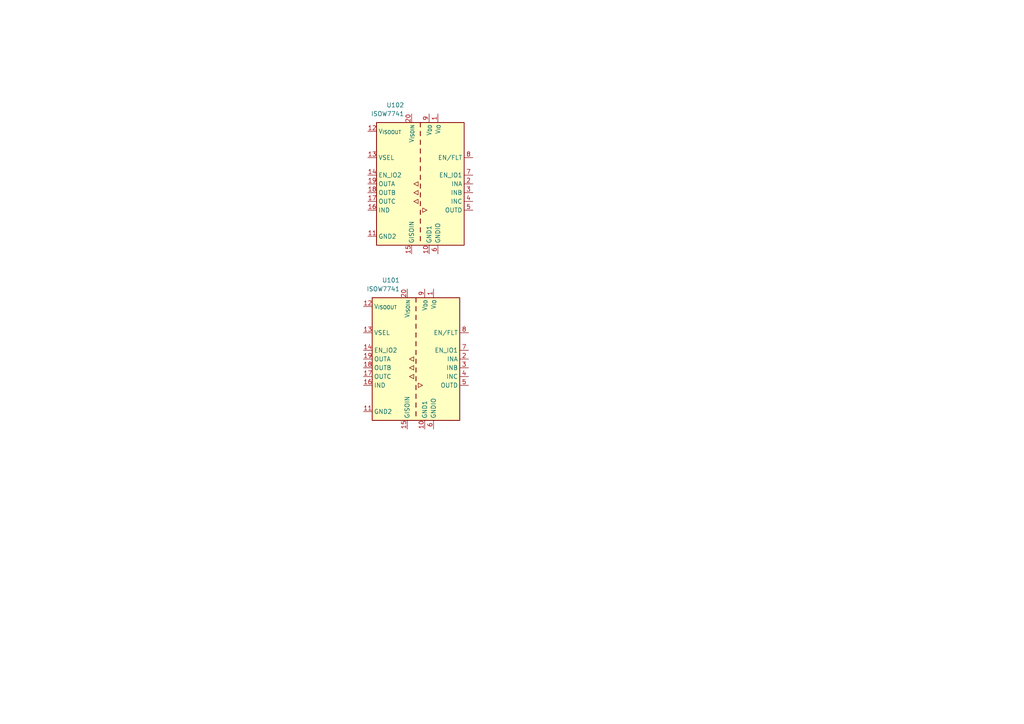
<source format=kicad_sch>
(kicad_sch (version 20250114) (generator "eeschema") (generator_version "9.0")
  (paper "A4")
  (lib_symbols
    (symbol "Isolator:ISOW7741"
      (property "Reference" "U" (at -10.16 19.05 0))
      (property "Value" "ISOW7741" (at 3.81 19.05 0))
      (symbol "ISOW7741_0_1"
        (polyline (pts (xy -1.905 -7.62) (xy -0.635 -6.985) (xy -0.635 -8.255) (xy -1.905 -7.62)))
        (polyline (pts (xy 0.635 0.635) (xy 0.635 -0.635) (xy 1.905 0) (xy 0.635 0.635)))
        (polyline (pts (xy 0.635 -1.905) (xy 0.635 -3.175) (xy 1.905 -2.54) (xy 0.635 -1.905)))
        (polyline (pts (xy 1.905 -5.08) (xy 0.635 -5.715) (xy 0.635 -4.445) (xy 1.905 -5.08)))
      )
      (symbol "ISOW7741_1_1"
        (rectangle (start -12.7 17.78) (end 12.7 -17.78) (stroke (width 0.254)) (fill (type background)))
        (polyline (pts (xy 0 17.78) (xy 0 16.51)) (stroke (width 0.254)))
        (polyline (pts (xy 0 15.24) (xy 0 13.97)) (stroke (width 0.254)))
        (polyline (pts (xy 0 12.7) (xy 0 11.43)) (stroke (width 0.254)))
        (polyline (pts (xy 0 10.16) (xy 0 8.89)) (stroke (width 0.254)))
        (polyline (pts (xy 0 7.62) (xy 0 6.35)) (stroke (width 0.254)))
        (polyline (pts (xy 0 5.08) (xy 0 3.81)) (stroke (width 0.254)))
        (polyline (pts (xy 0 2.54) (xy 0 1.27)) (stroke (width 0.254)))
        (polyline (pts (xy 0 0) (xy 0 -1.27)) (stroke (width 0.254)))
        (polyline (pts (xy 0 -2.54) (xy 0 -3.81)) (stroke (width 0.254)))
        (polyline (pts (xy 0 -5.08) (xy 0 -6.35)) (stroke (width 0.254)))
        (polyline (pts (xy 0 -7.62) (xy 0 -8.89)) (stroke (width 0.254)))
        (polyline (pts (xy 0 -10.16) (xy 0 -11.43)) (stroke (width 0.254)))
        (polyline (pts (xy 0 -12.7) (xy 0 -13.97)) (stroke (width 0.254)))
        (polyline (pts (xy 0 -15.24) (xy 0 -16.51)) (stroke (width 0.254)))
        (pin bidirectional line (at -15.24 7.62 0) (length 2.54) (name "EN/FLT") (number "8"))
        (pin input line (at -15.24 2.54 0) (length 2.54) (name "EN_IO1") (number "7"))
        (pin input line (at -15.24 0 0) (length 2.54) (name "INA") (number "2"))
        (pin input line (at -15.24 -2.54 0) (length 2.54) (name "INB") (number "3"))
        (pin input line (at -15.24 -5.08 0) (length 2.54) (name "INC") (number "4"))
        (pin output line (at -15.24 -7.62 0) (length 2.54) (name "OUTD") (number "5"))
        (pin power_in line (at -5.08 20.32 270) (length 2.54) (name "V_{IO}") (number "1"))
        (pin power_in line (at -5.08 -20.32 90) (length 2.54) (name "GNDIO") (number "6"))
        (pin power_in line (at -2.54 20.32 270) (length 2.54) (name "V_{DD}") (number "9"))
        (pin power_in line (at -2.54 -20.32 90) (length 2.54) (name "GND1") (number "10"))
        (pin power_in line (at 2.54 20.32 270) (length 2.54) (name "V_{ISOIN}") (number "20"))
        (pin power_in line (at 2.54 -20.32 90) (length 2.54) (name "GISOIN") (number "15"))
        (pin power_out line (at 15.24 15.24 180) (length 2.54) (name "V_{ISOOUT}") (number "12"))
        (pin input line (at 15.24 7.62 180) (length 2.54) (name "VSEL") (number "13"))
        (pin input line (at 15.24 2.54 180) (length 2.54) (name "EN_IO2") (number "14"))
        (pin output line (at 15.24 0 180) (length 2.54) (name "OUTA") (number "19"))
        (pin output line (at 15.24 -2.54 180) (length 2.54) (name "OUTB") (number "18"))
        (pin output line (at 15.24 -5.08 180) (length 2.54) (name "OUTC") (number "17"))
        (pin input line (at 15.24 -7.62 180) (length 2.54) (name "IND") (number "16"))
        (pin power_out line (at 15.24 -15.24 180) (length 2.54) (name "GND2") (number "11"))
      )
    )
  )
  (symbol (lib_id "Isolator:ISOW7741") (at 120.65 104.14 0) (mirror y) (unit 1)
    (property "Reference" "U101" (at 115.9667 81.28 0) (effects (justify left)))
    (property "Value" "ISOW7741" (at 115.9667 83.82 0) (effects (justify left)))
    (property "Footprint" "Package_SO:SOIC-20W_7.5x12.8mm_P1.27mm" (effects (hide yes)))
    (property "Datasheet" "https://www.ti.com/lit/ds/symlink/isow7741.pdf" (effects (hide yes)))
    (property "Description" "Quad-Channel 3/1 Digital Isolator with Integrated Low-Emissions, Low-Noise DC-DC Converter, SOIC-20W" (effects (hide yes)))
    (property "mouser" "https://www.mouser.com/ProductDetail/Texas-Instruments/ISO7741QDBQRQ1?qs=5aG0NVq1C4yXvJyKI6%2FBOw%3D%3D&utm_id=9042821733&utm_source=google&utm_medium=cpc&utm_marketing_tactic=amercorp&gad_source=1&gad_campaignid=9042821733&gclid=CjwKCAiA7LzLBhAgEiwAjMWzCKFmC4vzPAWfxqsx5XhlnVPigrE8T0JzTMDOFMbQOwC6rtNF7bj7txoCXdYQAvD_BwE" (effects (hide yes)))
  )
  (symbol (lib_id "Isolator:ISOW7741") (at 121.92 53.34 0) (mirror y) (unit 1)
    (property "Reference" "U102" (at 117.2367 30.48 0) (effects (justify left)))
    (property "Value" "ISOW7741" (at 117.2367 33.02 0) (effects (justify left)))
    (property "Footprint" "Package_SO:Texas_DGS0020A_TSSOP-20_3x5.1mm_P0.5mm" (effects (hide yes)))
    (property "Datasheet" "https://www.ti.com/lit/ds/symlink/isow7741.pdf" (effects (hide yes)))
    (property "Description" "Quad-Channel 3/1 Digital Isolator with Integrated Low-Emissions, Low-Noise DC-DC Converter, SOIC-20W" (effects (hide yes)))
    (property "mouser" "https://www.mouser.com/ProductDetail/Texas-Instruments/ISO7741QDBQRQ1?qs=5aG0NVq1C4yXvJyKI6%2FBOw%3D%3D&utm_id=9042821733&utm_source=google&utm_medium=cpc&utm_marketing_tactic=amercorp&gad_source=1&gad_campaignid=9042821733&gclid=CjwKCAiA7LzLBhAgEiwAjMWzCKFmC4vzPAWfxqsx5XhlnVPigrE8T0JzTMDOFMbQOwC6rtNF7bj7txoCXdYQAvD_BwE" (effects (hide yes)))
  )
)
</source>
